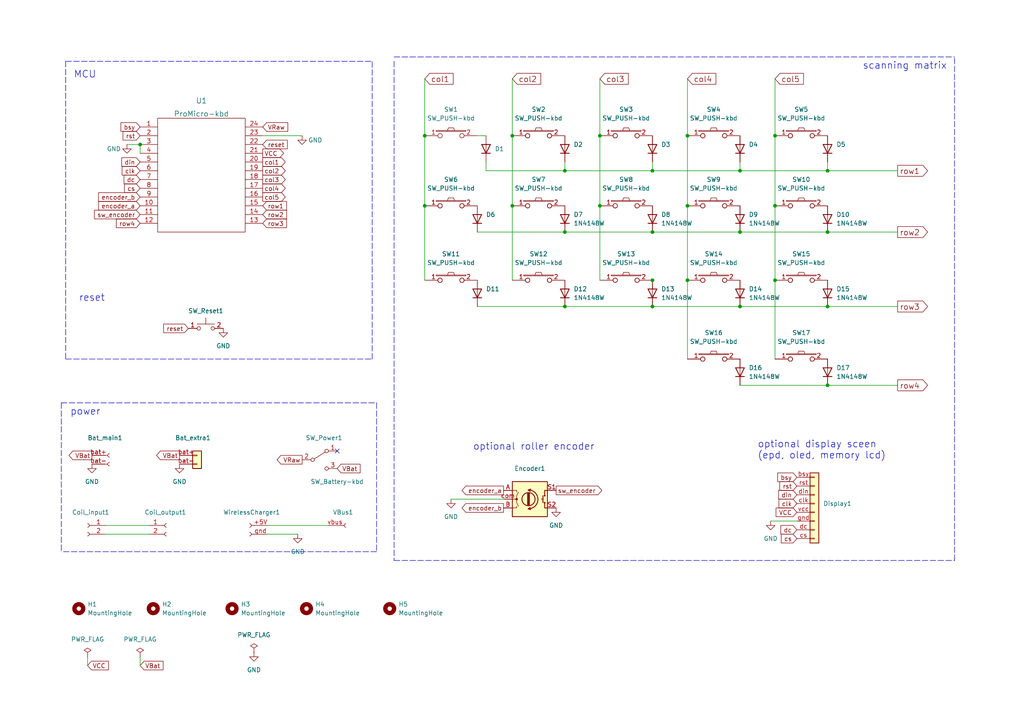
<source format=kicad_sch>
(kicad_sch (version 20211123) (generator eeschema)
  (paper "A4")
  (lib_symbols
    (symbol "Conn_01x02_Female_2" (pin_names (offset 1.016) hide)
      (property "Reference" "WirelessCharger1" (at 7.62 3.81 0))
      (symbol "Conn_01x02_Female_2_1_1"
        (arc (start 0 -2.032) (mid -0.508 -2.54) (end 0 -3.048) (stroke (width 0.1524)))
        (polyline (pts (xy -1.27 -2.54) (xy -0.508 -2.54)) (stroke (width 0.1524)))
        (polyline (pts (xy -1.27 0) (xy -0.508 0)) (stroke (width 0.1524)))
        (arc (start 0 0.508) (mid -0.508 0) (end 0 -0.508) (stroke (width 0.1524)))
        (pin passive line (at -5.08 0 0) (length 3.81) (name "+5V") (number "+5V"))
        (pin passive line (at -5.08 -2.54 0) (length 3.81) (name "GND") (number "gnd"))
      )
    )
    (symbol "Connector:Conn_01x01_Female" (pin_names (offset 1.016) hide)
      (property "Reference" "VBus" (at 1.27 1.27 0))
      (symbol "Conn_01x01_Female_1_1"
        (polyline (pts (xy -1.27 0) (xy -0.508 0)) (stroke (width 0.1524)))
        (arc (start 0 0.508) (mid -0.508 0) (end 0 -0.508) (stroke (width 0.1524)))
        (pin passive line (at -5.08 0 0) (length 3.81) (name "VBus") (number "vbus"))
      )
    )
    (symbol "Connector:Conn_01x02_Female" (pin_names (offset 1.016) hide)
      (property "Reference" "J" (at 0 2.54 0))
      (property "Value" "Conn_01x02_Female" (at 0 -5.08 0))
      (symbol "Conn_01x02_Female_1_1"
        (arc (start 0 -2.032) (mid -0.508 -2.54) (end 0 -3.048) (stroke (width 0.1524)))
        (polyline (pts (xy -1.27 -2.54) (xy -0.508 -2.54)) (stroke (width 0.1524)))
        (polyline (pts (xy -1.27 0) (xy -0.508 0)) (stroke (width 0.1524)))
        (arc (start 0 0.508) (mid -0.508 0) (end 0 -0.508) (stroke (width 0.1524)))
        (pin passive line (at -5.08 0 0) (length 3.81) (name "Pin_1") (number "1"))
        (pin passive line (at -5.08 -2.54 0) (length 3.81) (name "Pin_2") (number "2"))
      )
    )
    (symbol "Mechanical:MountingHole" (pin_names (offset 1.016))
      (property "Reference" "H" (at 0 5.08 0))
      (property "Value" "MountingHole" (at 0 3.175 0))
      (symbol "MountingHole_0_1"
        (circle (center 0 0) (radius 1.27) (stroke (width 1.27)))
      )
    )
    (symbol "mysymbol:1N4148W" (pin_numbers hide) (pin_names (offset 1.016) hide)
      (property "Reference" "D?" (at 2.54 1.2701 90))
      (symbol "1N4148W_0_1"
        (polyline (pts (xy -1.27 1.27) (xy -1.27 -1.27)) (stroke (width 0.254)))
        (polyline (pts (xy 1.27 0) (xy -1.27 0)))
        (polyline (pts (xy 1.27 1.27) (xy 1.27 -1.27) (xy -1.27 0) (xy 1.27 1.27)) (stroke (width 0.254)))
      )
      (symbol "1N4148W_1_1"
        (pin passive line (at -3.81 0 0) (length 2.54) (name "K") (number "1"))
        (pin passive line (at 3.81 0 180) (length 2.54) (name "A") (number "2"))
      )
    )
    (symbol "mysymbol:Conn_Battery_pluggable" (pin_names (offset 1.016) hide)
      (property "Reference" "J?" (at 2.54 0.0001 0))
      (property "Value" "Conn_Battery_pluggable" (at 2.54 -2.5399 0))
      (symbol "Conn_Battery_pluggable_1_1"
        (rectangle (start -1.27 -2.413) (end 0 -2.667) (stroke (width 0.1524)))
        (rectangle (start -1.27 0.127) (end 0 -0.127) (stroke (width 0.1524)))
        (rectangle (start -1.27 1.27) (end 1.27 -3.81) (stroke (width 0.254)) (fill (type background)))
        (pin passive line (at -5.08 0 0) (length 3.81) (name "Bat+") (number "bat+"))
        (pin passive line (at -5.08 -2.54 0) (length 3.81) (name "Bat-") (number "bat-"))
      )
    )
    (symbol "mysymbol:Conn_Battery_solderable" (pin_names (offset 1.016) hide)
      (property "Reference" "J?" (at 1.27 0.0001 0))
      (property "Value" "Conn_Battery_solderable" (at 1.27 -2.5399 0))
      (symbol "Conn_Battery_solderable_1_1"
        (arc (start 0 -2.032) (mid -0.508 -2.54) (end 0 -3.048) (stroke (width 0.1524)))
        (polyline (pts (xy -1.27 -2.54) (xy -0.508 -2.54)) (stroke (width 0.1524)))
        (polyline (pts (xy -1.27 0) (xy -0.508 0)) (stroke (width 0.1524)))
        (arc (start 0 0.508) (mid -0.508 0) (end 0 -0.508) (stroke (width 0.1524)))
        (pin passive line (at -5.08 0 0) (length 3.81) (name "Bat+") (number "bat+"))
        (pin passive line (at -5.08 -2.54 0) (length 3.81) (name "Bat-") (number "bat-"))
      )
    )
    (symbol "mysymbol:Conn_Display_general" (pin_names (offset 1.016) hide)
      (property "Reference" "J?" (at 2.54 0.0001 0))
      (property "Value" "Conn_Display_general" (at 2.54 -2.5399 0))
      (symbol "Conn_Display_general_1_1"
        (rectangle (start -1.27 -10.033) (end 0 -10.287) (stroke (width 0.1524)))
        (rectangle (start -1.27 -7.493) (end 0 -7.747) (stroke (width 0.1524)))
        (rectangle (start -1.27 -4.953) (end 0 -5.207) (stroke (width 0.1524)))
        (rectangle (start -1.27 -2.413) (end 0 -2.667) (stroke (width 0.1524)))
        (rectangle (start -1.27 0.127) (end 0 -0.127) (stroke (width 0.1524)))
        (rectangle (start -1.27 2.667) (end 0 2.413) (stroke (width 0.1524)))
        (rectangle (start -1.27 5.207) (end 0 4.953) (stroke (width 0.1524)))
        (rectangle (start -1.27 7.747) (end 0 7.493) (stroke (width 0.1524)))
        (rectangle (start -1.27 8.89) (end 1.27 -11.43) (stroke (width 0.254)) (fill (type background)))
        (pin passive line (at -5.08 7.62 0) (length 3.81) (name "BSY") (number "bsy"))
        (pin passive line (at -5.08 0 0) (length 3.81) (name "CLK") (number "clk"))
        (pin passive line (at -5.08 -10.16 0) (length 3.81) (name "CS") (number "cs"))
        (pin passive line (at -5.08 -7.62 0) (length 3.81) (name "DC") (number "dc"))
        (pin passive line (at -5.08 2.54 0) (length 3.81) (name "DIN") (number "din"))
        (pin passive line (at -5.08 -5.08 0) (length 3.81) (name "GND") (number "gnd"))
        (pin passive line (at -5.08 5.08 0) (length 3.81) (name "RST") (number "rst"))
        (pin passive line (at -5.08 -2.54 0) (length 3.81) (name "VCC") (number "vcc"))
      )
    )
    (symbol "mysymbol:ProMicro-kbd" (pin_names (offset 1.016) hide)
      (property "Reference" "U1" (at 0 24.13 0))
      (property "Value" "ProMicro-kbd" (at 0 -13.97 0))
      (symbol "ProMicro-kbd_0_1"
        (rectangle (start -12.7 21.59) (end 12.7 -11.43))
      )
      (symbol "ProMicro-kbd_1_1"
        (pin bidirectional line (at -17.78 19.05 0) (length 5.08) (name "TX") (number "1"))
        (pin bidirectional line (at -17.78 -3.81 0) (length 5.08) (name "E6") (number "10"))
        (pin bidirectional line (at -17.78 -6.35 0) (length 5.08) (name "B4") (number "11"))
        (pin bidirectional line (at -17.78 -8.89 0) (length 5.08) (name "B5") (number "12"))
        (pin bidirectional line (at 17.78 -8.89 180) (length 5.08) (name "B6") (number "13"))
        (pin bidirectional line (at 17.78 -6.35 180) (length 5.08) (name "B2") (number "14"))
        (pin bidirectional line (at 17.78 -3.81 180) (length 5.08) (name "B3") (number "15"))
        (pin bidirectional line (at 17.78 -1.27 180) (length 5.08) (name "B1") (number "16"))
        (pin bidirectional line (at 17.78 1.27 180) (length 5.08) (name "F7") (number "17"))
        (pin bidirectional line (at 17.78 3.81 180) (length 5.08) (name "F6") (number "18"))
        (pin bidirectional line (at 17.78 6.35 180) (length 5.08) (name "F5") (number "19"))
        (pin bidirectional line (at -17.78 16.51 0) (length 5.08) (name "RX") (number "2"))
        (pin bidirectional line (at 17.78 8.89 180) (length 5.08) (name "F4") (number "20"))
        (pin power_in line (at 17.78 11.43 180) (length 5.08) (name "VCC") (number "21"))
        (pin input line (at 17.78 13.97 180) (length 5.08) (name "RST") (number "22"))
        (pin power_in line (at 17.78 16.51 180) (length 5.08) (name "GND") (number "23"))
        (pin power_out line (at 17.78 19.05 180) (length 5.08) (name "RAW") (number "24"))
        (pin power_in line (at -17.78 13.97 0) (length 5.08) (name "GND") (number "3"))
        (pin power_in line (at -17.78 11.43 0) (length 5.08) (name "GND") (number "4"))
        (pin bidirectional line (at -17.78 8.89 0) (length 5.08) (name "SDA") (number "5"))
        (pin bidirectional line (at -17.78 6.35 0) (length 5.08) (name "SCL") (number "6"))
        (pin bidirectional line (at -17.78 3.81 0) (length 5.08) (name "D4") (number "7"))
        (pin bidirectional line (at -17.78 1.27 0) (length 5.08) (name "C6") (number "8"))
        (pin bidirectional line (at -17.78 -1.27 0) (length 5.08) (name "D7") (number "9"))
      )
    )
    (symbol "mysymbol:RotaryEncoder" (pin_names (offset 0.254) hide)
      (property "Reference" "SW?" (at 0 10.16 0))
      (property "Value" "RotaryEncoder" (at 0 7.62 0))
      (symbol "RotaryEncoder_0_1"
        (rectangle (start -5.08 5.08) (end 5.08 -5.08) (stroke (width 0.254)) (fill (type background)))
        (circle (center -3.81 0) (radius 0.254) (fill (type outline)))
        (arc (start -0.381 -2.794) (mid 2.3622 -0.0508) (end -0.381 2.667) (stroke (width 0.254)))
        (circle (center -0.381 0) (radius 1.905) (stroke (width 0.254)))
        (polyline (pts (xy -0.635 -1.778) (xy -0.635 1.778)) (stroke (width 0.254)))
        (polyline (pts (xy -0.381 -1.778) (xy -0.381 1.778)) (stroke (width 0.254)))
        (polyline (pts (xy -0.127 1.778) (xy -0.127 -1.778)) (stroke (width 0.254)))
        (polyline (pts (xy 3.81 0) (xy 3.429 0)) (stroke (width 0.254)))
        (polyline (pts (xy 3.81 1.016) (xy 3.81 -1.016)) (stroke (width 0.254)))
        (polyline (pts (xy -5.08 -2.54) (xy -3.81 -2.54) (xy -3.81 -2.032)))
        (polyline (pts (xy -5.08 2.54) (xy -3.81 2.54) (xy -3.81 2.032)))
        (polyline (pts (xy 0.254 -3.048) (xy -0.508 -2.794) (xy 0.127 -2.413)) (stroke (width 0.254)))
        (polyline (pts (xy 0.254 2.921) (xy -0.508 2.667) (xy 0.127 2.286)) (stroke (width 0.254)))
        (polyline (pts (xy 5.08 -2.54) (xy 4.318 -2.54) (xy 4.318 -1.016)) (stroke (width 0.254)))
        (polyline (pts (xy 5.08 2.54) (xy 4.318 2.54) (xy 4.318 1.016)) (stroke (width 0.254)))
        (polyline (pts (xy -5.08 0) (xy -3.81 0) (xy -3.81 -1.016) (xy -3.302 -2.032)))
        (polyline (pts (xy -4.318 0) (xy -3.81 0) (xy -3.81 1.016) (xy -3.302 2.032)))
        (circle (center 4.318 -1.016) (radius 0.127) (stroke (width 0.254)))
        (circle (center 4.318 1.016) (radius 0.127) (stroke (width 0.254)))
      )
      (symbol "RotaryEncoder_1_1"
        (pin passive line (at -7.62 2.54 0) (length 2.54) (name "A") (number "A"))
        (pin passive line (at -7.62 -2.54 0) (length 2.54) (name "B") (number "B"))
        (pin passive line (at 7.62 2.54 180) (length 2.54) (name "S1") (number "S1"))
        (pin passive line (at 7.62 -2.54 180) (length 2.54) (name "S2") (number "S2"))
        (pin passive line (at -7.62 0 0) (length 2.54) (name "COM") (number "com"))
      )
    )
    (symbol "mysymbol:SW_Battery-kbd" (pin_names (offset 0) hide)
      (property "Reference" "SW_Battery?" (at 7.62 4.3476 0))
      (property "Value" "SW_Battery-kbd" (at 5.08 -6.35 0))
      (symbol "SW_Battery-kbd_0_0"
        (circle (center -2.032 0) (radius 0.508))
        (circle (center 2.032 -2.54) (radius 0.508))
      )
      (symbol "SW_Battery-kbd_0_1"
        (polyline (pts (xy -1.524 0.254) (xy 1.651 2.286)))
        (circle (center 2.032 2.54) (radius 0.508))
      )
      (symbol "SW_Battery-kbd_1_1"
        (pin passive line (at 5.08 2.54 180) (length 2.54) (name "A") (number "1"))
        (pin passive line (at -5.08 0 0) (length 2.54) (name "B") (number "2"))
        (pin passive line (at 5.08 -2.54 180) (length 2.54) (name "C") (number "3"))
      )
    )
    (symbol "mysymbol:SW_PUSH-kbd" (pin_names (offset 1.016) hide)
      (property "Reference" "SW1" (at 3.81 2.794 0))
      (symbol "SW_PUSH-kbd_0_1"
        (rectangle (start -4.318 1.27) (end 4.318 1.524))
        (polyline (pts (xy -1.016 1.524) (xy -0.762 2.286) (xy 0.762 2.286) (xy 1.016 1.524)))
        (pin passive inverted (at -7.62 0 0) (length 5.08) (name "1") (number "1"))
        (pin passive inverted (at 7.62 0 180) (length 5.08) (name "2") (number "2"))
      )
    )
    (symbol "mysymbol:SW_RESET-kbd" (pin_names (offset 1.016) hide)
      (property "Reference" "RSW?" (at 0 7.239 0))
      (property "Value" "SW_RESET-kbd" (at 0 4.9276 0))
      (symbol "SW_RESET-kbd_0_1"
        (circle (center -2.032 0) (radius 0.508))
        (polyline (pts (xy 0 1.27) (xy 0 3.048)))
        (polyline (pts (xy 2.54 1.27) (xy -2.54 1.27)))
        (circle (center 2.032 0) (radius 0.508))
        (pin passive line (at -5.08 0 0) (length 2.54) (name "1") (number "1"))
        (pin passive line (at 5.08 0 180) (length 2.54) (name "2") (number "2"))
      )
    )
    (symbol "power:GND" (power) (pin_names (offset 0))
      (property "Value" "GND" (at 0 -3.81 0))
      (symbol "GND_0_1"
        (polyline (pts (xy 0 0) (xy 0 -1.27) (xy 1.27 -1.27) (xy 0 -2.54) (xy -1.27 -1.27) (xy 0 -1.27)))
      )
      (symbol "GND_1_1"
        (pin power_in line (at 0 0 270) (length 0) hide (name "GND") (number "1"))
      )
    )
    (symbol "power:PWR_FLAG" (power) (pin_numbers hide) (pin_names (offset 0) hide)
      (property "Value" "PWR_FLAG" (at 0 3.81 0))
      (symbol "PWR_FLAG_0_0"
        (pin power_out line (at 0 0 90) (length 0) (name "pwr") (number "1"))
      )
      (symbol "PWR_FLAG_0_1"
        (polyline (pts (xy 0 0) (xy 0 1.27) (xy -1.016 1.905) (xy 0 2.54) (xy 1.016 1.905) (xy 0 1.27)))
      )
    )
  )
  (junction (at 240.03 49.53))
  (junction (at 214.63 49.53))
  (junction (at 240.03 111.76))
  (junction (at 163.83 67.31))
  (junction (at 148.59 59.69))
  (junction (at 214.63 88.9))
  (junction (at 189.23 67.31))
  (junction (at 173.99 59.69))
  (junction (at 224.79 39.37))
  (junction (at 189.23 81.28))
  (junction (at 123.19 39.37))
  (junction (at 224.79 81.28))
  (junction (at 224.79 59.69))
  (junction (at 163.83 88.9))
  (junction (at 189.23 88.9))
  (junction (at 240.03 88.9))
  (junction (at 240.03 67.31))
  (junction (at 199.39 39.37))
  (junction (at 40.64 41.91))
  (junction (at 173.99 39.37))
  (junction (at 163.83 49.53))
  (junction (at 214.63 67.31))
  (junction (at 123.19 59.69))
  (junction (at 148.59 39.37))
  (junction (at 199.39 81.28))
  (junction (at 189.23 49.53))
  (junction (at 199.39 59.69))
  (no_connect (at 97.79 130.81))
  (wire (pts (xy 199.39 81.28) (xy 199.39 104.14)))
  (wire (pts (xy 187.96 81.28) (xy 189.23 81.28)))
  (wire (pts (xy 77.47 152.4) (xy 95.25 152.4)))
  (wire (pts (xy 240.03 88.9) (xy 260.35 88.9)))
  (wire (pts (xy 240.03 46.99) (xy 240.03 49.53)))
  (wire (pts (xy 240.03 67.31) (xy 260.35 67.31)))
  (wire (pts (xy 138.43 39.37) (xy 140.97 39.37)))
  (wire (pts (xy 138.43 88.9) (xy 163.83 88.9)))
  (wire (pts (xy 199.39 59.69) (xy 199.39 81.28)))
  (polyline (pts (xy 114.3 16.51) (xy 276.86 16.51)))
  (wire (pts (xy 30.48 152.4) (xy 43.18 152.4)))
  (polyline (pts (xy 107.95 104.14) (xy 107.95 17.78)))
  (wire (pts (xy 189.23 49.53) (xy 214.63 49.53)))
  (wire (pts (xy 214.63 46.99) (xy 214.63 49.53)))
  (wire (pts (xy 189.23 67.31) (xy 214.63 67.31)))
  (wire (pts (xy 163.83 49.53) (xy 189.23 49.53)))
  (wire (pts (xy 36.83 41.91) (xy 40.64 41.91)))
  (wire (pts (xy 189.23 88.9) (xy 214.63 88.9)))
  (wire (pts (xy 214.63 111.76) (xy 240.03 111.76)))
  (wire (pts (xy 224.79 59.69) (xy 224.79 81.28)))
  (polyline (pts (xy 109.22 116.84) (xy 109.22 160.02)))
  (polyline (pts (xy 276.86 162.56) (xy 276.86 16.51)))
  (wire (pts (xy 173.99 39.37) (xy 173.99 59.69)))
  (wire (pts (xy 123.19 59.69) (xy 123.19 81.28)))
  (polyline (pts (xy 109.22 160.02) (xy 17.78 160.02)))
  (wire (pts (xy 199.39 39.37) (xy 199.39 59.69)))
  (wire (pts (xy 148.59 22.86) (xy 148.59 39.37)))
  (polyline (pts (xy 17.78 116.84) (xy 17.78 160.02)))
  (wire (pts (xy 240.03 111.76) (xy 260.35 111.76)))
  (wire (pts (xy 123.19 39.37) (xy 123.19 59.69)))
  (wire (pts (xy 40.64 193.04) (xy 40.64 190.5)))
  (wire (pts (xy 140.97 49.53) (xy 163.83 49.53)))
  (wire (pts (xy 148.59 39.37) (xy 148.59 59.69)))
  (polyline (pts (xy 19.05 17.78) (xy 19.05 104.14)))
  (wire (pts (xy 163.83 88.9) (xy 189.23 88.9)))
  (wire (pts (xy 199.39 22.86) (xy 199.39 39.37)))
  (wire (pts (xy 173.99 22.86) (xy 173.99 39.37)))
  (polyline (pts (xy 114.3 17.78) (xy 114.3 162.56)))
  (wire (pts (xy 140.97 46.99) (xy 140.97 49.53)))
  (polyline (pts (xy 19.05 17.78) (xy 107.95 17.78)))
  (wire (pts (xy 163.83 46.99) (xy 163.83 49.53)))
  (wire (pts (xy 30.48 154.94) (xy 43.18 154.94)))
  (wire (pts (xy 87.63 39.37) (xy 76.2 39.37)))
  (wire (pts (xy 138.43 67.31) (xy 163.83 67.31)))
  (wire (pts (xy 224.79 22.86) (xy 224.79 39.37)))
  (wire (pts (xy 224.79 39.37) (xy 224.79 59.69)))
  (wire (pts (xy 189.23 46.99) (xy 189.23 49.53)))
  (polyline (pts (xy 19.05 104.14) (xy 107.95 104.14)))
  (wire (pts (xy 214.63 67.31) (xy 240.03 67.31)))
  (polyline (pts (xy 17.78 116.84) (xy 109.22 116.84)))
  (wire (pts (xy 214.63 88.9) (xy 240.03 88.9)))
  (wire (pts (xy 163.83 67.31) (xy 189.23 67.31)))
  (wire (pts (xy 240.03 49.53) (xy 260.35 49.53)))
  (wire (pts (xy 223.52 151.13) (xy 231.14 151.13)))
  (wire (pts (xy 40.64 41.91) (xy 40.64 44.45)))
  (wire (pts (xy 130.81 144.78) (xy 146.05 144.78)))
  (polyline (pts (xy 114.3 162.56) (xy 276.86 162.56)))
  (wire (pts (xy 77.47 154.94) (xy 86.36 154.94)))
  (wire (pts (xy 25.4 193.04) (xy 25.4 190.5)))
  (wire (pts (xy 214.63 49.53) (xy 240.03 49.53)))
  (wire (pts (xy 173.99 59.69) (xy 173.99 81.28)))
  (wire (pts (xy 148.59 59.69) (xy 148.59 81.28)))
  (wire (pts (xy 224.79 81.28) (xy 224.79 104.14)))
  (wire (pts (xy 123.19 22.86) (xy 123.19 39.37)))
  (text "scanning matrix" (at 250.19 20.32 0) (effects (font (size 2 2)) (justify left bottom)))
  (text "optional roller encoder" (at 137.16 130.81 0) (effects (font (size 2 2)) (justify left bottom)))
  (text "reset" (at 30.48 87.63 180) (effects (font (size 2 2)) (justify right bottom)))
  (text "power" (at 29.21 120.65 180) (effects (font (size 2 2)) (justify right bottom)))
  (text "optional display sceen\n(epd, oled, memory lcd)" (at 219.71 133.35 0) (effects (font (size 2 2)) (justify left bottom)))
  (text "MCU" (at 27.94 22.86 180) (effects (font (size 2 2)) (justify right bottom)))
  (global_label "sw_encoder" (shape input) (at 40.64 62.23 180) (property "Intersheet References" "${INTERSHEET_REFS}" (effects hide)))
  (global_label "encoder_b" (shape input) (at 40.64 57.15 180) (property "Intersheet References" "${INTERSHEET_REFS}" (effects hide)))
  (global_label "encoder_b" (shape output) (at 146.05 147.32 180) (property "Intersheet References" "${INTERSHEET_REFS}" (effects hide)))
  (global_label "col2" (shape output) (at 76.2 49.53 0) (property "Intersheet References" "${INTERSHEET_REFS}" (effects hide)))
  (global_label "col4" (shape input) (at 199.39 22.86 0) (effects (font (size 1.6 1.6))) (property "Intersheet References" "${INTERSHEET_REFS}" (effects hide)))
  (global_label "encoder_a" (shape output) (at 146.05 142.24 180) (property "Intersheet References" "${INTERSHEET_REFS}" (effects hide)))
  (global_label "VRaw" (shape output) (at 87.63 133.35 180) (property "Intersheet References" "${INTERSHEET_REFS}" (effects hide)))
  (global_label "reset" (shape input) (at 54.61 95.25 180) (property "Intersheet References" "${INTERSHEET_REFS}" (effects hide)))
  (global_label "col5" (shape input) (at 224.79 22.86 0) (effects (font (size 1.6 1.6))) (property "Intersheet References" "${INTERSHEET_REFS}" (effects hide)))
  (global_label "VBat" (shape output) (at 26.67 132.08 180) (property "Intersheet References" "${INTERSHEET_REFS}" (effects hide)))
  (global_label "row2" (shape input) (at 76.2 62.23 0) (property "Intersheet References" "${INTERSHEET_REFS}" (effects hide)))
  (global_label "VRaw" (shape input) (at 76.2 36.83 0) (property "Intersheet References" "${INTERSHEET_REFS}" (effects hide)))
  (global_label "col1" (shape output) (at 76.2 46.99 0) (property "Intersheet References" "${INTERSHEET_REFS}" (effects hide)))
  (global_label "VCC" (shape output) (at 76.2 44.45 0) (property "Intersheet References" "${INTERSHEET_REFS}" (effects hide)))
  (global_label "din" (shape input) (at 231.14 143.51 180) (property "Intersheet References" "${INTERSHEET_REFS}" (effects hide)))
  (global_label "col3" (shape output) (at 76.2 52.07 0) (property "Intersheet References" "${INTERSHEET_REFS}" (effects hide)))
  (global_label "dc" (shape input) (at 40.64 52.07 180) (property "Intersheet References" "${INTERSHEET_REFS}" (effects hide)))
  (global_label "col5" (shape output) (at 76.2 57.15 0) (property "Intersheet References" "${INTERSHEET_REFS}" (effects hide)))
  (global_label "row2" (shape output) (at 260.35 67.31 0) (effects (font (size 1.6 1.6))) (property "Intersheet References" "${INTERSHEET_REFS}" (effects hide)))
  (global_label "VBat" (shape output) (at 52.07 132.08 180) (property "Intersheet References" "${INTERSHEET_REFS}" (effects hide)))
  (global_label "VBat" (shape input) (at 40.64 193.04 0) (property "Intersheet References" "${INTERSHEET_REFS}" (effects hide)))
  (global_label "cs" (shape input) (at 40.64 54.61 180) (property "Intersheet References" "${INTERSHEET_REFS}" (effects hide)))
  (global_label "row3" (shape output) (at 260.35 88.9 0) (effects (font (size 1.6 1.6))) (property "Intersheet References" "${INTERSHEET_REFS}" (effects hide)))
  (global_label "cs" (shape input) (at 231.14 156.21 180) (property "Intersheet References" "${INTERSHEET_REFS}" (effects hide)))
  (global_label "encoder_a" (shape input) (at 40.64 59.69 180) (property "Intersheet References" "${INTERSHEET_REFS}" (effects hide)))
  (global_label "col2" (shape input) (at 148.59 22.86 0) (effects (font (size 1.6 1.6))) (property "Intersheet References" "${INTERSHEET_REFS}" (effects hide)))
  (global_label "reset" (shape input) (at 76.2 41.91 0) (property "Intersheet References" "${INTERSHEET_REFS}" (effects hide)))
  (global_label "rst" (shape input) (at 40.64 39.37 180) (property "Intersheet References" "${INTERSHEET_REFS}" (effects hide)))
  (global_label "VCC" (shape input) (at 231.14 148.59 180) (property "Intersheet References" "${INTERSHEET_REFS}" (effects hide)))
  (global_label "bsy" (shape input) (at 231.14 138.43 180) (property "Intersheet References" "${INTERSHEET_REFS}" (effects hide)))
  (global_label "clk" (shape input) (at 231.14 146.05 180) (property "Intersheet References" "${INTERSHEET_REFS}" (effects hide)))
  (global_label "bsy" (shape input) (at 40.64 36.83 180) (property "Intersheet References" "${INTERSHEET_REFS}" (effects hide)))
  (global_label "row3" (shape input) (at 76.2 64.77 0) (property "Intersheet References" "${INTERSHEET_REFS}" (effects hide)))
  (global_label "din" (shape input) (at 40.64 46.99 180) (property "Intersheet References" "${INTERSHEET_REFS}" (effects hide)))
  (global_label "VCC" (shape input) (at 25.4 193.04 0) (property "Intersheet References" "${INTERSHEET_REFS}" (effects hide)))
  (global_label "sw_encoder" (shape output) (at 161.29 142.24 0) (property "Intersheet References" "${INTERSHEET_REFS}" (effects hide)))
  (global_label "col3" (shape input) (at 173.99 22.86 0) (effects (font (size 1.6 1.6))) (property "Intersheet References" "${INTERSHEET_REFS}" (effects hide)))
  (global_label "dc" (shape input) (at 231.14 153.67 180) (property "Intersheet References" "${INTERSHEET_REFS}" (effects hide)))
  (global_label "row4" (shape output) (at 260.35 111.76 0) (effects (font (size 1.6 1.6))) (property "Intersheet References" "${INTERSHEET_REFS}" (effects hide)))
  (global_label "col1" (shape input) (at 123.19 22.86 0) (effects (font (size 1.6 1.6))) (property "Intersheet References" "${INTERSHEET_REFS}" (effects hide)))
  (global_label "col4" (shape output) (at 76.2 54.61 0) (property "Intersheet References" "${INTERSHEET_REFS}" (effects hide)))
  (global_label "row4" (shape input) (at 40.64 64.77 180) (property "Intersheet References" "${INTERSHEET_REFS}" (effects hide)))
  (global_label "row1" (shape input) (at 76.2 59.69 0) (property "Intersheet References" "${INTERSHEET_REFS}" (effects hide)))
  (global_label "clk" (shape input) (at 40.64 49.53 180) (property "Intersheet References" "${INTERSHEET_REFS}" (effects hide)))
  (global_label "VBat" (shape input) (at 97.79 135.89 0) (property "Intersheet References" "${INTERSHEET_REFS}" (effects hide)))
  (global_label "row1" (shape output) (at 260.35 49.53 0) (effects (font (size 1.6 1.6))) (property "Intersheet References" "${INTERSHEET_REFS}" (effects hide)))
  (global_label "rst" (shape input) (at 231.14 140.97 180) (property "Intersheet References" "${INTERSHEET_REFS}" (effects hide)))
  (symbol (lib_id "mysymbol:SW_PUSH-kbd") (at 232.41 104.14 0) (unit 1)
    (property "Reference" "SW17" (at 232.41 96.52 0))
    (property "Value" "SW_PUSH-kbd" (at 232.41 99.06 0))
    (property "Footprint" "mylib:Kailh_Choc_Hotplug_reversible" (effects hide))
  )
  (symbol (lib_id "mysymbol:1N4148W") (at 240.03 43.18 90) (unit 1)
    (property "Reference" "D5" (at 242.57 41.9099 90) (effects (justify right)))
    (property "Value" "1N4148W" (effects hide))
    (property "Footprint" "mylib:Diode_SOD-123_reversible" (effects hide))
    (property "Datasheet" "https://www.vishay.com/docs/85748/1n4148w.pdf" (effects hide))
  )
  (symbol (lib_id "mysymbol:SW_PUSH-kbd") (at 130.81 39.37 0) (unit 1)
    (property "Reference" "SW1" (at 130.81 31.75 0))
    (property "Value" "SW_PUSH-kbd" (at 130.81 34.29 0))
    (property "Footprint" "mylib:Kailh_Choc_Hotplug_reversible" (effects hide))
  )
  (symbol (lib_id "mysymbol:SW_PUSH-kbd") (at 207.01 81.28 0) (unit 1)
    (property "Reference" "SW14" (at 207.01 73.66 0))
    (property "Value" "SW_PUSH-kbd" (at 207.01 76.2 0))
    (property "Footprint" "mylib:Kailh_Choc_Hotplug_reversible" (effects hide))
  )
  (symbol (lib_id "mysymbol:SW_PUSH-kbd") (at 181.61 39.37 0) (unit 1)
    (property "Reference" "SW3" (at 181.61 31.75 0))
    (property "Value" "SW_PUSH-kbd" (at 181.61 34.29 0))
    (property "Footprint" "mylib:Kailh_Choc_Hotplug_reversible" (effects hide))
  )
  (symbol (lib_id "power:GND") (at 26.67 134.62 0) (unit 1)
    (property "Reference" "#PWR0105" (effects hide))
    (property "Value" "GND" (at 26.67 139.7 0))
  )
  (symbol (lib_id "mysymbol:1N4148W") (at 189.23 43.18 90) (unit 1)
    (property "Reference" "D3" (at 191.77 41.9099 90) (effects (justify right)))
    (property "Value" "1N4148W" (effects hide))
    (property "Footprint" "mylib:Diode_SOD-123_reversible" (effects hide))
    (property "Datasheet" "https://www.vishay.com/docs/85748/1n4148w.pdf" (effects hide))
  )
  (symbol (lib_id "mysymbol:SW_PUSH-kbd") (at 130.81 81.28 0) (unit 1)
    (property "Reference" "SW11" (at 130.81 73.66 0))
    (property "Value" "SW_PUSH-kbd" (at 130.81 76.2 0))
    (property "Footprint" "mylib:Kailh_Choc_Hotplug_reversible" (effects hide))
  )
  (symbol (lib_id "mysymbol:1N4148W") (at 138.43 85.09 90) (unit 1)
    (property "Reference" "D11" (at 140.97 83.8199 90) (effects (justify right)))
    (property "Value" "1N4148W" (effects hide))
    (property "Footprint" "mylib:Diode_SOD-123_reversible" (effects hide))
    (property "Datasheet" "https://www.vishay.com/docs/85748/1n4148w.pdf" (effects hide))
  )
  (symbol (lib_id "mysymbol:SW_PUSH-kbd") (at 181.61 81.28 0) (unit 1)
    (property "Reference" "SW13" (at 181.61 73.66 0))
    (property "Value" "SW_PUSH-kbd" (at 181.61 76.2 0))
    (property "Footprint" "mylib:Kailh_Choc_Hotplug_reversible" (effects hide))
  )
  (symbol (lib_id "mysymbol:SW_PUSH-kbd") (at 207.01 104.14 0) (unit 1)
    (property "Reference" "SW16" (at 207.01 96.52 0))
    (property "Value" "SW_PUSH-kbd" (at 207.01 99.06 0))
    (property "Footprint" "mylib:Kailh_Choc_Hotplug_reversible" (effects hide))
  )
  (symbol (lib_id "mysymbol:SW_PUSH-kbd") (at 156.21 81.28 0) (unit 1)
    (property "Reference" "SW12" (at 156.21 73.66 0))
    (property "Value" "SW_PUSH-kbd" (at 156.21 76.2 0))
    (property "Footprint" "mylib:Kailh_Choc_Hotplug_reversible" (effects hide))
  )
  (symbol (lib_id "mysymbol:SW_PUSH-kbd") (at 207.01 39.37 0) (unit 1)
    (property "Reference" "SW4" (at 207.01 31.75 0))
    (property "Value" "SW_PUSH-kbd" (at 207.01 34.29 0))
    (property "Footprint" "mylib:Kailh_Choc_Hotplug_reversible" (effects hide))
  )
  (symbol (lib_id "mysymbol:1N4148W") (at 189.23 63.5 90) (unit 1)
    (property "Reference" "D8" (at 191.77 62.2299 90) (effects (justify right)))
    (property "Value" "1N4148W" (at 191.77 64.7699 90) (effects (justify right)))
    (property "Footprint" "mylib:Diode_SOD-123_reversible" (effects hide))
    (property "Datasheet" "https://www.vishay.com/docs/85748/1n4148w.pdf" (effects hide))
  )
  (symbol (lib_id "mysymbol:SW_PUSH-kbd") (at 156.21 39.37 0) (unit 1)
    (property "Reference" "SW2" (at 156.21 31.75 0))
    (property "Value" "SW_PUSH-kbd" (at 156.21 34.29 0))
    (property "Footprint" "mylib:Kailh_Choc_Hotplug_reversible" (effects hide))
  )
  (symbol (lib_id "Mechanical:MountingHole") (at 67.31 176.53 0) (unit 1) (in_bom no)
    (property "Reference" "H3" (at 69.85 175.2599 0) (effects (justify left)))
    (property "Value" "MountingHole" (at 69.85 177.7999 0) (effects (justify left)))
    (property "Footprint" "MountingHole:MountingHole_2.2mm_M2_ISO7380_Pad_TopBottom" (effects hide))
  )
  (symbol (lib_id "mysymbol:Conn_Battery_pluggable") (at 57.15 132.08 0) (unit 1)
    (property "Reference" "Bat_extra1" (at 50.8 127 0) (effects (justify left)))
    (property "Value" "Conn_Battery_pluggable" (effects hide))
    (property "Footprint" "mylib:Battery_connector_lim_reversible" (effects hide))
  )
  (symbol (lib_id "mysymbol:RotaryEncoder") (at 153.67 144.78 0) (unit 1)
    (property "Reference" "Encoder1" (at 153.67 135.89 0))
    (property "Value" "RotaryEncoder" (effects hide))
    (property "Footprint" "mylib:RollerEncoder_EVQWGD001_reversible" (effects hide))
  )
  (symbol (lib_id "mysymbol:1N4148W") (at 240.03 107.95 90) (unit 1)
    (property "Reference" "D17" (at 242.57 106.6799 90) (effects (justify right)))
    (property "Value" "1N4148W" (at 242.57 109.2199 90) (effects (justify right)))
    (property "Footprint" "mylib:Diode_SOD-123_reversible" (effects hide))
    (property "Datasheet" "https://www.vishay.com/docs/85748/1n4148w.pdf" (effects hide))
  )
  (symbol (lib_id "mysymbol:1N4148W") (at 240.03 85.09 90) (unit 1)
    (property "Reference" "D15" (at 242.57 83.8199 90) (effects (justify right)))
    (property "Value" "1N4148W" (at 242.57 86.3599 90) (effects (justify right)))
    (property "Footprint" "mylib:Diode_SOD-123_reversible" (effects hide))
    (property "Datasheet" "https://www.vishay.com/docs/85748/1n4148w.pdf" (effects hide))
  )
  (symbol (lib_id "mysymbol:SW_PUSH-kbd") (at 181.61 59.69 0) (unit 1)
    (property "Reference" "SW8" (at 181.61 52.07 0))
    (property "Value" "SW_PUSH-kbd" (at 181.61 54.61 0))
    (property "Footprint" "mylib:Kailh_Choc_Hotplug_reversible" (effects hide))
  )
  (symbol (lib_id "power:GND") (at 87.63 39.37 0) (unit 1)
    (property "Reference" "#PWR0104" (effects hide))
    (property "Value" "GND" (at 91.44 40.64 0))
  )
  (symbol (lib_id "power:PWR_FLAG") (at 25.4 190.5 0) (unit 1)
    (property "Reference" "#FLG0101" (effects hide))
    (property "Value" "PWR_FLAG" (at 25.4 185.42 0))
  )
  (symbol (lib_id "power:PWR_FLAG") (at 73.66 189.23 0) (unit 1)
    (property "Reference" "#FLG0104" (effects hide))
    (property "Value" "PWR_FLAG" (at 73.66 184.15 0))
  )
  (symbol (lib_id "power:GND") (at 36.83 41.91 0) (unit 1)
    (property "Reference" "#PWR0103" (effects hide))
    (property "Value" "GND" (at 33.02 43.18 0))
  )
  (symbol (lib_id "mysymbol:SW_PUSH-kbd") (at 207.01 59.69 0) (unit 1)
    (property "Reference" "SW9" (at 207.01 52.07 0))
    (property "Value" "SW_PUSH-kbd" (at 207.01 54.61 0))
    (property "Footprint" "mylib:Kailh_Choc_Hotplug_reversible" (effects hide))
  )
  (symbol (lib_id "power:GND") (at 73.66 189.23 0) (unit 1)
    (property "Reference" "#PWR0110" (effects hide))
    (property "Value" "GND" (at 73.66 194.31 0))
  )
  (symbol (lib_id "mysymbol:SW_RESET-kbd") (at 59.69 95.25 0) (unit 1)
    (property "Reference" "SW_Reset1" (at 59.69 90.17 0))
    (property "Value" "SW_RESET-kbd" (effects hide))
    (property "Footprint" "mylib:SW_Reset_vertical" (effects hide))
  )
  (symbol (lib_id "power:GND") (at 64.77 95.25 0) (unit 1)
    (property "Reference" "#PWR0107" (effects hide))
    (property "Value" "GND" (at 64.77 100.33 0))
  )
  (symbol (lib_id "power:GND") (at 86.36 154.94 0) (unit 1)
    (property "Reference" "#PWR0109" (effects hide))
    (property "Value" "GND" (at 86.36 160.02 0))
  )
  (symbol (lib_id "power:PWR_FLAG") (at 40.64 190.5 0) (unit 1)
    (property "Reference" "#FLG0102" (effects hide))
    (property "Value" "PWR_FLAG" (at 40.64 185.42 0))
  )
  (symbol (lib_id "mysymbol:1N4148W") (at 163.83 63.5 90) (unit 1)
    (property "Reference" "D7" (at 166.37 62.2299 90) (effects (justify right)))
    (property "Value" "1N4148W" (at 166.37 64.7699 90) (effects (justify right)))
    (property "Footprint" "mylib:Diode_SOD-123_reversible" (effects hide))
    (property "Datasheet" "https://www.vishay.com/docs/85748/1n4148w.pdf" (effects hide))
  )
  (symbol (lib_id "Connector:Conn_01x01_Female") (at 100.33 152.4 0) (unit 1) (in_bom no)
    (property "Reference" "VBus1" (at 96.52 148.59 0) (effects (justify left)))
    (property "Value" "Conn_01x01_Female" (effects hide))
    (property "Footprint" "mylib:GND_1pin_conn" (effects hide))
  )
  (symbol (lib_id "Mechanical:MountingHole") (at 88.9 176.53 0) (unit 1) (in_bom no)
    (property "Reference" "H4" (at 91.44 175.2599 0) (effects (justify left)))
    (property "Value" "MountingHole" (at 91.44 177.7999 0) (effects (justify left)))
    (property "Footprint" "MountingHole:MountingHole_2.2mm_M2_ISO7380_Pad_TopBottom" (effects hide))
  )
  (symbol (lib_id "power:GND") (at 223.52 151.13 0) (unit 1)
    (property "Reference" "#PWR0101" (effects hide))
    (property "Value" "GND" (at 223.52 156.21 0))
  )
  (symbol (lib_id "mysymbol:SW_PUSH-kbd") (at 130.81 59.69 0) (unit 1)
    (property "Reference" "SW6" (at 130.81 52.07 0))
    (property "Value" "SW_PUSH-kbd" (at 130.81 54.61 0))
    (property "Footprint" "mylib:Kailh_Choc_Hotplug_reversible" (effects hide))
  )
  (symbol (lib_id "mysymbol:1N4148W") (at 214.63 63.5 90) (unit 1)
    (property "Reference" "D9" (at 217.17 62.2299 90) (effects (justify right)))
    (property "Value" "1N4148W" (at 217.17 64.7699 90) (effects (justify right)))
    (property "Footprint" "mylib:Diode_SOD-123_reversible" (effects hide))
    (property "Datasheet" "https://www.vishay.com/docs/85748/1n4148w.pdf" (effects hide))
  )
  (symbol (lib_id "mysymbol:SW_PUSH-kbd") (at 232.41 81.28 0) (unit 1)
    (property "Reference" "SW15" (at 232.41 73.66 0))
    (property "Value" "SW_PUSH-kbd" (at 232.41 76.2 0))
    (property "Footprint" "mylib:Kailh_Choc_Hotplug_reversible" (effects hide))
  )
  (symbol (lib_id "mysymbol:1N4148W") (at 214.63 107.95 90) (unit 1)
    (property "Reference" "D16" (at 217.17 106.6799 90) (effects (justify right)))
    (property "Value" "1N4148W" (at 217.17 109.2199 90) (effects (justify right)))
    (property "Footprint" "mylib:Diode_SOD-123_reversible" (effects hide))
    (property "Datasheet" "https://www.vishay.com/docs/85748/1n4148w.pdf" (effects hide))
  )
  (symbol (lib_id "power:GND") (at 52.07 134.62 0) (unit 1)
    (property "Reference" "#PWR0106" (effects hide))
    (property "Value" "GND" (at 52.07 139.7 0))
  )
  (symbol (lib_id "Mechanical:MountingHole") (at 113.03 176.53 0) (unit 1) (in_bom no)
    (property "Reference" "H5" (at 115.57 175.2599 0) (effects (justify left)))
    (property "Value" "MountingHole" (at 115.57 177.7999 0) (effects (justify left)))
    (property "Footprint" "MountingHole:MountingHole_3.2mm_M3_DIN965" (effects hide))
  )
  (symbol (lib_name "Conn_01x02_Female_2") (lib_id "Connector:Conn_01x02_Female") (at 72.39 152.4 0) (mirror y) (unit 1) (in_bom no)
    (property "Reference" "WirelessCharger1" (at 81.28 148.59 0) (effects (justify left)))
    (property "Value" "Conn_01x02_Female" (effects hide))
    (property "Footprint" "mylib:VBus_pad_reversible" (effects hide))
  )
  (symbol (lib_id "Mechanical:MountingHole") (at 44.45 176.53 0) (unit 1) (in_bom no)
    (property "Reference" "H2" (at 46.99 175.2599 0) (effects (justify left)))
    (property "Value" "MountingHole" (at 46.99 177.7999 0) (effects (justify left)))
    (property "Footprint" "MountingHole:MountingHole_2.2mm_M2_ISO7380_Pad_TopBottom" (effects hide))
  )
  (symbol (lib_id "mysymbol:Conn_Display_general") (at 236.22 146.05 0) (unit 1)
    (property "Reference" "Display1" (at 238.76 146.0499 0) (effects (justify left)))
    (property "Value" "Conn_Display_general" (effects hide))
    (property "Footprint" "mylib:Conn_EPD_Jumper" (effects hide))
  )
  (symbol (lib_id "power:GND") (at 161.29 147.32 0) (unit 1)
    (property "Reference" "#PWR0108" (effects hide))
    (property "Value" "GND" (at 161.29 152.4 0))
  )
  (symbol (lib_id "mysymbol:1N4148W") (at 189.23 85.09 90) (unit 1)
    (property "Reference" "D13" (at 191.77 83.8199 90) (effects (justify right)))
    (property "Value" "1N4148W" (at 191.77 86.3599 90) (effects (justify right)))
    (property "Footprint" "mylib:Diode_SOD-123_reversible" (effects hide))
    (property "Datasheet" "https://www.vishay.com/docs/85748/1n4148w.pdf" (effects hide))
  )
  (symbol (lib_id "mysymbol:SW_PUSH-kbd") (at 232.41 39.37 0) (unit 1)
    (property "Reference" "SW5" (at 232.41 31.75 0))
    (property "Value" "SW_PUSH-kbd" (at 232.41 34.29 0))
    (property "Footprint" "mylib:Kailh_Choc_Hotplug_reversible" (effects hide))
  )
  (symbol (lib_id "mysymbol:1N4148W") (at 214.63 85.09 90) (unit 1)
    (property "Reference" "D14" (at 217.17 83.8199 90) (effects (justify right)))
    (property "Value" "1N4148W" (at 217.17 86.3599 90) (effects (justify right)))
    (property "Footprint" "mylib:Diode_SOD-123_reversible" (effects hide))
    (property "Datasheet" "https://www.vishay.com/docs/85748/1n4148w.pdf" (effects hide))
  )
  (symbol (lib_id "mysymbol:1N4148W") (at 140.97 43.18 90) (unit 1)
    (property "Reference" "D1" (at 143.51 43.1799 90) (effects (justify right)))
    (property "Value" "1N4148W" (effects hide))
    (property "Footprint" "mylib:Diode_SOD-123_reversible" (effects hide))
    (property "Datasheet" "https://www.vishay.com/docs/85748/1n4148w.pdf" (effects hide))
  )
  (symbol (lib_id "mysymbol:ProMicro-kbd") (at 58.42 55.88 0) (unit 1)
    (property "Reference" "U1" (at 58.42 29.21 0) (effects (font (size 1.524 1.524))))
    (property "Value" "ProMicro-kbd" (at 58.42 33.02 0) (effects (font (size 1.524 1.524))))
    (property "Footprint" "mylib:ProMicro_Jumpers" (effects hide))
  )
  (symbol (lib_id "mysymbol:Conn_Battery_solderable") (at 31.75 132.08 0) (unit 1)
    (property "Reference" "Bat_main1" (at 25.4 127 0) (effects (justify left)))
    (property "Value" "Conn_Battery_solderable" (effects hide))
    (property "Footprint" "mylib:Battery_pads_reversible" (effects hide))
  )
  (symbol (lib_id "mysymbol:1N4148W") (at 163.83 85.09 90) (unit 1)
    (property "Reference" "D12" (at 166.37 83.8199 90) (effects (justify right)))
    (property "Value" "1N4148W" (at 166.37 86.3599 90) (effects (justify right)))
    (property "Footprint" "mylib:Diode_SOD-123_reversible" (effects hide))
    (property "Datasheet" "https://www.vishay.com/docs/85748/1n4148w.pdf" (effects hide))
  )
  (symbol (lib_id "mysymbol:1N4148W") (at 163.83 43.18 90) (unit 1)
    (property "Reference" "D2" (at 166.37 41.9099 90) (effects (justify right)))
    (property "Value" "1N4148W" (effects hide))
    (property "Footprint" "mylib:Diode_SOD-123_reversible" (effects hide))
    (property "Datasheet" "https://www.vishay.com/docs/85748/1n4148w.pdf" (effects hide))
  )
  (symbol (lib_id "Connector:Conn_01x02_Female") (at 25.4 152.4 0) (mirror y) (unit 1) (in_bom no)
    (property "Reference" "Coil_input1" (at 31.75 148.59 0) (effects (justify left)))
    (property "Value" "Conn_01x02_Female" (effects hide))
    (property "Footprint" "mylib:WirelessChager_pads_reversible" (effects hide))
  )
  (symbol (lib_id "mysymbol:1N4148W") (at 240.03 63.5 90) (unit 1)
    (property "Reference" "D10" (at 242.57 62.2299 90) (effects (justify right)))
    (property "Value" "1N4148W" (at 242.57 64.7699 90) (effects (justify right)))
    (property "Footprint" "mylib:Diode_SOD-123_reversible" (effects hide))
    (property "Datasheet" "https://www.vishay.com/docs/85748/1n4148w.pdf" (effects hide))
  )
  (symbol (lib_id "Connector:Conn_01x02_Female") (at 48.26 152.4 0) (unit 1) (in_bom no)
    (property "Reference" "Coil_output1" (at 41.91 148.59 0) (effects (justify left)))
    (property "Value" "Conn_01x02_Female" (effects hide))
    (property "Footprint" "mylib:WirelessChager_pads_reversible" (effects hide))
  )
  (symbol (lib_id "mysymbol:SW_Battery-kbd") (at 92.71 133.35 0) (unit 1)
    (property "Reference" "SW_Power1" (at 93.98 127 0))
    (property "Value" "SW_Battery-kbd" (at 97.79 139.7 0))
    (property "Footprint" "mylib:Power_reversible" (effects hide))
  )
  (symbol (lib_id "power:GND") (at 130.81 144.78 0) (unit 1)
    (property "Reference" "#PWR0102" (effects hide))
    (property "Value" "GND" (at 130.81 149.86 0))
  )
  (symbol (lib_id "mysymbol:SW_PUSH-kbd") (at 232.41 59.69 0) (unit 1)
    (property "Reference" "SW10" (at 232.41 52.07 0))
    (property "Value" "SW_PUSH-kbd" (at 232.41 54.61 0))
    (property "Footprint" "mylib:Kailh_Choc_Hotplug_reversible" (effects hide))
  )
  (symbol (lib_id "mysymbol:1N4148W") (at 138.43 63.5 90) (unit 1)
    (property "Reference" "D6" (at 140.97 62.2299 90) (effects (justify right)))
    (property "Value" "1N4148W" (effects hide))
    (property "Footprint" "mylib:Diode_SOD-123_reversible" (effects hide))
    (property "Datasheet" "https://www.vishay.com/docs/85748/1n4148w.pdf" (effects hide))
  )
  (symbol (lib_id "Mechanical:MountingHole") (at 22.86 176.53 0) (unit 1) (in_bom no)
    (property "Reference" "H1" (at 25.4 175.2599 0) (effects (justify left)))
    (property "Value" "MountingHole" (at 25.4 177.7999 0) (effects (justify left)))
    (property "Footprint" "MountingHole:MountingHole_2.2mm_M2_ISO7380_Pad_TopBottom" (effects hide))
  )
  (symbol (lib_id "mysymbol:SW_PUSH-kbd") (at 156.21 59.69 0) (unit 1)
    (property "Reference" "SW7" (at 156.21 52.07 0))
    (property "Value" "SW_PUSH-kbd" (at 156.21 54.61 0))
    (property "Footprint" "mylib:Kailh_Choc_Hotplug_reversible" (effects hide))
  )
  (symbol (lib_id "mysymbol:1N4148W") (at 214.63 43.18 90) (unit 1)
    (property "Reference" "D4" (at 217.17 41.9099 90) (effects (justify right)))
    (property "Value" "1N4148W" (effects hide))
    (property "Footprint" "mylib:Diode_SOD-123_reversible" (effects hide))
    (property "Datasheet" "https://www.vishay.com/docs/85748/1n4148w.pdf" (effects hide))
  )
)
</source>
